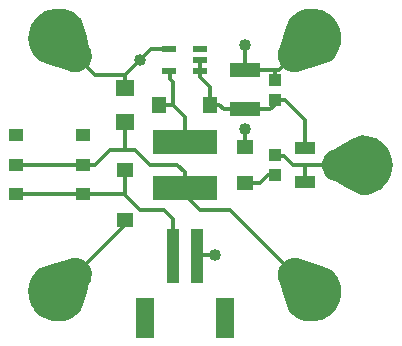
<source format=gbr>
G04 EAGLE Gerber RS-274X export*
G75*
%MOMM*%
%FSLAX34Y34*%
%LPD*%
%INTop Copper*%
%IPPOS*%
%AMOC8*
5,1,8,0,0,1.08239X$1,22.5*%
G01*
%ADD10R,1.270000X1.470000*%
%ADD11R,5.500000X2.150000*%
%ADD12R,2.500000X1.200000*%
%ADD13R,1.600000X1.400000*%
%ADD14R,1.000000X1.100000*%
%ADD15R,1.400000X1.200000*%
%ADD16C,3.810000*%
%ADD17R,1.200000X0.550000*%
%ADD18R,1.800000X1.000000*%
%ADD19R,1.000000X4.600000*%
%ADD20R,1.600000X3.400000*%
%ADD21R,1.150000X1.000000*%
%ADD22R,1.470000X1.270000*%
%ADD23C,0.304800*%
%ADD24C,1.016000*%

G36*
X288435Y45519D02*
X288435Y45519D01*
X288527Y45536D01*
X288593Y45539D01*
X292455Y46342D01*
X292543Y46374D01*
X292608Y46386D01*
X296298Y47784D01*
X296380Y47829D01*
X296442Y47852D01*
X299867Y49809D01*
X299941Y49866D01*
X299999Y49899D01*
X303076Y52368D01*
X303169Y52467D01*
X303228Y52518D01*
X305669Y55515D01*
X305718Y55595D01*
X305760Y55646D01*
X307703Y58988D01*
X307737Y59073D01*
X307758Y59103D01*
X307761Y59113D01*
X307772Y59132D01*
X309168Y62737D01*
X309189Y62828D01*
X309214Y62890D01*
X310029Y66668D01*
X310036Y66762D01*
X310050Y66826D01*
X310264Y70686D01*
X310256Y70779D01*
X310261Y70845D01*
X309868Y74691D01*
X309846Y74782D01*
X309840Y74848D01*
X308851Y78585D01*
X308814Y78671D01*
X308798Y78736D01*
X307236Y82272D01*
X307187Y82352D01*
X307161Y82412D01*
X305065Y85661D01*
X305004Y85732D01*
X304969Y85788D01*
X302391Y88669D01*
X302347Y88705D01*
X302310Y88749D01*
X302256Y88784D01*
X302239Y88800D01*
X302231Y88803D01*
X302174Y88852D01*
X302084Y88892D01*
X302026Y88928D01*
X294192Y92204D01*
X294151Y92215D01*
X294122Y92230D01*
X286067Y94920D01*
X286026Y94927D01*
X285995Y94941D01*
X277876Y97001D01*
X275897Y98017D01*
X275829Y98040D01*
X275779Y98066D01*
X275760Y98069D01*
X275728Y98085D01*
X273490Y98763D01*
X273381Y98780D01*
X273311Y98800D01*
X270987Y99067D01*
X270877Y99064D01*
X270805Y99072D01*
X268471Y98918D01*
X268363Y98896D01*
X268290Y98890D01*
X266022Y98321D01*
X265920Y98280D01*
X265849Y98261D01*
X263719Y97296D01*
X263626Y97237D01*
X263560Y97206D01*
X261637Y95874D01*
X261556Y95800D01*
X261497Y95757D01*
X259843Y94103D01*
X259777Y94016D01*
X259726Y93963D01*
X258394Y92040D01*
X258345Y91942D01*
X258304Y91881D01*
X257339Y89751D01*
X257308Y89645D01*
X257279Y89578D01*
X256710Y87310D01*
X256699Y87200D01*
X256682Y87129D01*
X256528Y84795D01*
X256537Y84686D01*
X256533Y84613D01*
X256744Y82777D01*
X256744Y82776D01*
X256800Y82289D01*
X256827Y82183D01*
X256837Y82110D01*
X257515Y79872D01*
X257561Y79772D01*
X257583Y79703D01*
X258601Y77719D01*
X261757Y65757D01*
X261775Y65714D01*
X261782Y65677D01*
X265944Y53910D01*
X265982Y53837D01*
X266011Y53761D01*
X266044Y53719D01*
X266076Y53658D01*
X266170Y53559D01*
X266219Y53497D01*
X269139Y50844D01*
X269216Y50792D01*
X269265Y50747D01*
X272564Y48583D01*
X272649Y48544D01*
X272704Y48507D01*
X276300Y46886D01*
X276390Y46860D01*
X276450Y46832D01*
X280257Y45794D01*
X280349Y45783D01*
X280413Y45765D01*
X284335Y45335D01*
X284428Y45338D01*
X284494Y45330D01*
X288435Y45519D01*
G37*
G36*
X87129Y256682D02*
X87129Y256682D01*
X87237Y256704D01*
X87310Y256710D01*
X89578Y257279D01*
X89680Y257320D01*
X89751Y257339D01*
X91881Y258304D01*
X91974Y258363D01*
X92040Y258394D01*
X93963Y259726D01*
X94044Y259800D01*
X94103Y259843D01*
X95757Y261497D01*
X95823Y261584D01*
X95874Y261637D01*
X97206Y263560D01*
X97255Y263658D01*
X97296Y263719D01*
X98261Y265849D01*
X98292Y265955D01*
X98321Y266022D01*
X98890Y268290D01*
X98901Y268400D01*
X98918Y268471D01*
X99072Y270805D01*
X99063Y270914D01*
X99067Y270987D01*
X98800Y273311D01*
X98773Y273417D01*
X98763Y273490D01*
X98085Y275728D01*
X98039Y275828D01*
X98017Y275897D01*
X96999Y277881D01*
X93843Y289843D01*
X93825Y289886D01*
X93818Y289923D01*
X89656Y301690D01*
X89618Y301763D01*
X89589Y301839D01*
X89556Y301881D01*
X89524Y301942D01*
X89430Y302041D01*
X89381Y302103D01*
X86461Y304756D01*
X86384Y304808D01*
X86335Y304853D01*
X83036Y307017D01*
X82951Y307056D01*
X82896Y307093D01*
X79300Y308714D01*
X79210Y308740D01*
X79150Y308768D01*
X75343Y309806D01*
X75251Y309817D01*
X75187Y309835D01*
X71265Y310265D01*
X71172Y310262D01*
X71106Y310270D01*
X67165Y310081D01*
X67073Y310064D01*
X67007Y310061D01*
X63145Y309258D01*
X63057Y309226D01*
X62992Y309214D01*
X59302Y307816D01*
X59220Y307771D01*
X59158Y307748D01*
X55733Y305791D01*
X55659Y305734D01*
X55601Y305701D01*
X52524Y303232D01*
X52431Y303133D01*
X52372Y303082D01*
X49931Y300085D01*
X49882Y300005D01*
X49840Y299954D01*
X47897Y296612D01*
X47884Y296580D01*
X47871Y296560D01*
X47857Y296517D01*
X47828Y296468D01*
X46432Y292863D01*
X46411Y292772D01*
X46386Y292710D01*
X45571Y288932D01*
X45564Y288838D01*
X45550Y288774D01*
X45336Y284914D01*
X45344Y284821D01*
X45339Y284755D01*
X45732Y280909D01*
X45754Y280818D01*
X45760Y280752D01*
X46749Y277015D01*
X46786Y276929D01*
X46802Y276864D01*
X48364Y273328D01*
X48413Y273248D01*
X48439Y273188D01*
X50535Y269939D01*
X50596Y269868D01*
X50631Y269812D01*
X53209Y266931D01*
X53253Y266895D01*
X53290Y266851D01*
X53349Y266814D01*
X53426Y266748D01*
X53516Y266708D01*
X53574Y266672D01*
X61408Y263396D01*
X61449Y263385D01*
X61478Y263370D01*
X69533Y260680D01*
X69574Y260673D01*
X69605Y260659D01*
X77724Y258599D01*
X79703Y257583D01*
X79806Y257547D01*
X79872Y257515D01*
X82110Y256837D01*
X82219Y256820D01*
X82289Y256800D01*
X84613Y256533D01*
X84723Y256536D01*
X84795Y256528D01*
X87129Y256682D01*
G37*
G36*
X270914Y256537D02*
X270914Y256537D01*
X270987Y256533D01*
X273311Y256800D01*
X273417Y256827D01*
X273490Y256837D01*
X275728Y257515D01*
X275828Y257561D01*
X275897Y257583D01*
X277881Y258601D01*
X289843Y261757D01*
X289886Y261775D01*
X289923Y261782D01*
X301690Y265944D01*
X301763Y265982D01*
X301839Y266011D01*
X301881Y266044D01*
X301942Y266076D01*
X302041Y266170D01*
X302103Y266219D01*
X304756Y269139D01*
X304808Y269216D01*
X304853Y269265D01*
X307017Y272564D01*
X307056Y272649D01*
X307093Y272704D01*
X308714Y276300D01*
X308740Y276390D01*
X308768Y276450D01*
X309806Y280257D01*
X309817Y280349D01*
X309835Y280413D01*
X310265Y284335D01*
X310262Y284428D01*
X310270Y284494D01*
X310081Y288435D01*
X310064Y288527D01*
X310061Y288593D01*
X309258Y292455D01*
X309226Y292543D01*
X309214Y292608D01*
X307816Y296298D01*
X307771Y296380D01*
X307748Y296442D01*
X305791Y299867D01*
X305734Y299941D01*
X305701Y299999D01*
X305044Y300818D01*
X304230Y301833D01*
X303415Y302848D01*
X303232Y303076D01*
X303133Y303169D01*
X303082Y303228D01*
X300085Y305669D01*
X300005Y305718D01*
X299954Y305760D01*
X296612Y307703D01*
X296525Y307738D01*
X296468Y307772D01*
X292863Y309168D01*
X292772Y309189D01*
X292710Y309214D01*
X288932Y310029D01*
X288838Y310036D01*
X288774Y310050D01*
X284914Y310264D01*
X284821Y310256D01*
X284755Y310261D01*
X280909Y309868D01*
X280818Y309846D01*
X280752Y309840D01*
X277015Y308851D01*
X276929Y308814D01*
X276864Y308798D01*
X273328Y307236D01*
X273248Y307187D01*
X273188Y307161D01*
X269939Y305065D01*
X269868Y305004D01*
X269812Y304969D01*
X266931Y302391D01*
X266895Y302347D01*
X266851Y302310D01*
X266814Y302251D01*
X266748Y302174D01*
X266708Y302084D01*
X266672Y302026D01*
X263396Y294192D01*
X263385Y294151D01*
X263370Y294122D01*
X260680Y286067D01*
X260673Y286026D01*
X260659Y285995D01*
X258599Y277876D01*
X257583Y275897D01*
X257547Y275794D01*
X257515Y275728D01*
X256837Y273490D01*
X256820Y273381D01*
X256800Y273311D01*
X256533Y270987D01*
X256536Y270877D01*
X256528Y270805D01*
X256682Y268471D01*
X256704Y268363D01*
X256710Y268290D01*
X257279Y266022D01*
X257320Y265920D01*
X257339Y265849D01*
X258304Y263719D01*
X258363Y263626D01*
X258394Y263560D01*
X259726Y261637D01*
X259800Y261556D01*
X259843Y261497D01*
X261497Y259843D01*
X261575Y259784D01*
X261604Y259757D01*
X261606Y259756D01*
X261637Y259726D01*
X263560Y258394D01*
X263658Y258345D01*
X263719Y258304D01*
X265849Y257339D01*
X265955Y257308D01*
X266022Y257279D01*
X268290Y256710D01*
X268400Y256699D01*
X268471Y256682D01*
X270805Y256528D01*
X270914Y256537D01*
G37*
G36*
X70779Y45344D02*
X70779Y45344D01*
X70845Y45339D01*
X74691Y45732D01*
X74782Y45754D01*
X74848Y45760D01*
X78585Y46749D01*
X78671Y46786D01*
X78736Y46802D01*
X82272Y48364D01*
X82352Y48413D01*
X82412Y48439D01*
X85661Y50535D01*
X85732Y50596D01*
X85788Y50631D01*
X88669Y53209D01*
X88705Y53253D01*
X88749Y53290D01*
X88786Y53349D01*
X88852Y53426D01*
X88892Y53516D01*
X88928Y53574D01*
X92204Y61408D01*
X92215Y61449D01*
X92230Y61478D01*
X94920Y69533D01*
X94927Y69574D01*
X94941Y69605D01*
X97001Y77724D01*
X98017Y79703D01*
X98053Y79806D01*
X98085Y79872D01*
X98763Y82110D01*
X98780Y82219D01*
X98800Y82289D01*
X99067Y84613D01*
X99064Y84723D01*
X99072Y84795D01*
X98918Y87129D01*
X98896Y87237D01*
X98890Y87310D01*
X98321Y89578D01*
X98280Y89680D01*
X98261Y89751D01*
X97296Y91881D01*
X97237Y91974D01*
X97206Y92040D01*
X95874Y93963D01*
X95800Y94044D01*
X95757Y94103D01*
X94103Y95757D01*
X94016Y95823D01*
X93963Y95874D01*
X92040Y97206D01*
X91942Y97255D01*
X91881Y97296D01*
X89751Y98261D01*
X89645Y98292D01*
X89578Y98321D01*
X87310Y98890D01*
X87200Y98901D01*
X87129Y98918D01*
X84795Y99072D01*
X84686Y99063D01*
X84613Y99067D01*
X82289Y98800D01*
X82183Y98773D01*
X82110Y98763D01*
X79872Y98085D01*
X79772Y98039D01*
X79703Y98017D01*
X77719Y96999D01*
X65757Y93843D01*
X65714Y93825D01*
X65677Y93818D01*
X53910Y89656D01*
X53837Y89618D01*
X53761Y89589D01*
X53719Y89556D01*
X53658Y89524D01*
X53559Y89430D01*
X53497Y89381D01*
X50844Y86461D01*
X50792Y86384D01*
X50747Y86335D01*
X48583Y83036D01*
X48544Y82951D01*
X48507Y82896D01*
X46886Y79300D01*
X46860Y79210D01*
X46832Y79150D01*
X45794Y75343D01*
X45783Y75251D01*
X45765Y75187D01*
X45335Y71265D01*
X45338Y71172D01*
X45330Y71106D01*
X45519Y67165D01*
X45536Y67073D01*
X45539Y67007D01*
X46342Y63145D01*
X46374Y63057D01*
X46386Y62992D01*
X47784Y59302D01*
X47829Y59220D01*
X47852Y59158D01*
X49809Y55733D01*
X49866Y55659D01*
X49899Y55601D01*
X50501Y54851D01*
X51315Y53836D01*
X51315Y53835D01*
X52130Y52821D01*
X52130Y52820D01*
X52368Y52524D01*
X52467Y52431D01*
X52518Y52372D01*
X55515Y49931D01*
X55595Y49882D01*
X55646Y49840D01*
X58988Y47897D01*
X59075Y47862D01*
X59132Y47828D01*
X62737Y46432D01*
X62824Y46412D01*
X62837Y46405D01*
X62846Y46403D01*
X62890Y46386D01*
X66668Y45571D01*
X66762Y45564D01*
X66826Y45550D01*
X70686Y45336D01*
X70779Y45344D01*
G37*
G36*
X331149Y152615D02*
X331149Y152615D01*
X331241Y152633D01*
X331307Y152635D01*
X335170Y153438D01*
X335258Y153470D01*
X335323Y153483D01*
X339012Y154880D01*
X339094Y154925D01*
X339156Y154948D01*
X342582Y156906D01*
X342655Y156963D01*
X342713Y156995D01*
X345790Y159464D01*
X345854Y159533D01*
X345906Y159574D01*
X348559Y162494D01*
X348612Y162571D01*
X348657Y162620D01*
X350820Y165919D01*
X350860Y166003D01*
X350897Y166058D01*
X352518Y169655D01*
X352544Y169745D01*
X352571Y169805D01*
X353610Y173611D01*
X353621Y173704D01*
X353639Y173768D01*
X354069Y177689D01*
X354065Y177816D01*
X354066Y177838D01*
X354070Y177903D01*
X353677Y181749D01*
X353655Y181840D01*
X353649Y181906D01*
X352659Y185643D01*
X352623Y185729D01*
X352607Y185793D01*
X351045Y189329D01*
X350995Y189409D01*
X350969Y189470D01*
X348874Y192718D01*
X348812Y192789D01*
X348777Y192845D01*
X346199Y195726D01*
X346128Y195786D01*
X346084Y195836D01*
X343087Y198278D01*
X343007Y198326D01*
X342956Y198368D01*
X339614Y200311D01*
X339527Y200347D01*
X339470Y200380D01*
X335866Y201777D01*
X335774Y201798D01*
X335713Y201823D01*
X331934Y202638D01*
X331841Y202645D01*
X331776Y202659D01*
X327916Y202874D01*
X327859Y202869D01*
X327802Y202874D01*
X327734Y202858D01*
X327633Y202850D01*
X327541Y202814D01*
X327475Y202799D01*
X319619Y199576D01*
X319582Y199555D01*
X319550Y199545D01*
X311953Y195751D01*
X311919Y195728D01*
X311888Y195716D01*
X304690Y191431D01*
X302572Y190750D01*
X302474Y190702D01*
X302404Y190679D01*
X300342Y189576D01*
X300253Y189511D01*
X300189Y189475D01*
X298357Y188021D01*
X298282Y187941D01*
X298225Y187895D01*
X296683Y186136D01*
X296623Y186044D01*
X296576Y185989D01*
X295374Y183982D01*
X295331Y183881D01*
X295294Y183818D01*
X294471Y181628D01*
X294447Y181521D01*
X294422Y181453D01*
X294003Y179151D01*
X293999Y179042D01*
X293987Y178970D01*
X293987Y176630D01*
X294002Y176522D01*
X294003Y176449D01*
X294422Y174147D01*
X294457Y174043D01*
X294471Y173972D01*
X295294Y171782D01*
X295347Y171686D01*
X295374Y171618D01*
X296576Y169611D01*
X296645Y169526D01*
X296683Y169464D01*
X298225Y167705D01*
X298309Y167633D01*
X298357Y167579D01*
X300189Y166125D01*
X300284Y166069D01*
X300342Y166024D01*
X302404Y164921D01*
X302508Y164883D01*
X302572Y164850D01*
X304694Y164167D01*
X315385Y157940D01*
X315428Y157923D01*
X315458Y157902D01*
X326723Y152524D01*
X326801Y152499D01*
X326875Y152466D01*
X326928Y152459D01*
X326994Y152438D01*
X327131Y152435D01*
X327209Y152426D01*
X331149Y152615D01*
G37*
D10*
X156300Y228600D03*
X199300Y228600D03*
D11*
X177800Y197000D03*
X177800Y158600D03*
D12*
X228600Y257800D03*
X228600Y224800D03*
D13*
X127000Y242600D03*
X127000Y214600D03*
D14*
X254000Y232800D03*
X254000Y249800D03*
X254000Y169300D03*
X254000Y186300D03*
D15*
X228600Y162800D03*
X228600Y192800D03*
D16*
X327660Y177800D03*
X71120Y71120D03*
X284480Y284480D03*
X71120Y284480D03*
D17*
X190801Y257200D03*
X190801Y266700D03*
X190801Y276200D03*
X164799Y276200D03*
X164799Y257200D03*
D18*
X279400Y191800D03*
X279400Y163800D03*
D19*
X187800Y100500D03*
X167800Y100500D03*
D20*
X211800Y48500D03*
X143800Y48500D03*
D21*
X35250Y202800D03*
X35250Y177800D03*
X35250Y152800D03*
X91750Y202800D03*
X91750Y177800D03*
X91750Y152800D03*
D22*
X127000Y130900D03*
X127000Y173900D03*
D16*
X284480Y71120D03*
D23*
X254000Y249800D02*
X254000Y257810D01*
X252730Y257810D01*
X252720Y257800D02*
X228600Y257800D01*
X252720Y257800D02*
X252730Y257810D01*
X228600Y208280D02*
X228600Y192800D01*
X187960Y104140D02*
X187800Y100500D01*
X188900Y101600D01*
X203200Y101600D01*
X127000Y241300D02*
X127000Y242600D01*
X149200Y276200D02*
X164799Y276200D01*
X127000Y254000D02*
X101600Y254000D01*
X127000Y254000D02*
X127000Y242600D01*
X228600Y257800D02*
X228600Y279400D01*
X149200Y276200D02*
X139700Y266700D01*
X127000Y254000D01*
X101600Y254000D02*
X88900Y266700D01*
X257810Y257810D02*
X284480Y284480D01*
X257810Y257810D02*
X254000Y257810D01*
D24*
X228600Y208280D03*
X203200Y101600D03*
X228600Y279400D03*
X139700Y266700D03*
D23*
X177800Y218440D02*
X177800Y197000D01*
X177800Y218440D02*
X167640Y228600D01*
X167640Y247650D01*
X165100Y250190D01*
X165100Y256540D02*
X164799Y256841D01*
X164799Y257200D01*
X165100Y256540D02*
X165100Y250190D01*
X167640Y228600D02*
X156300Y228600D01*
X177800Y163830D02*
X177800Y158750D01*
X177800Y163830D02*
X177800Y165100D01*
X127000Y190500D02*
X127000Y214600D01*
X180340Y162560D02*
X177800Y158600D01*
X91750Y177800D02*
X35250Y177800D01*
X91750Y177800D02*
X101600Y177800D01*
X114300Y190500D01*
X127000Y190500D01*
X135890Y190500D01*
X148590Y177800D01*
X171450Y177800D01*
X177800Y171450D01*
X177800Y163830D01*
X215900Y139700D02*
X284480Y71120D01*
X215900Y139700D02*
X190500Y139700D01*
X177800Y152400D01*
X177800Y158600D02*
X177800Y158750D01*
X177800Y152400D01*
X248040Y169300D02*
X254000Y169300D01*
X248040Y169300D02*
X241300Y162560D01*
X228600Y162560D02*
X228600Y162800D01*
X228600Y162560D02*
X241300Y162560D01*
X269240Y177800D02*
X279400Y177800D01*
X327660Y177800D01*
X269240Y177800D02*
X261620Y185420D01*
X255270Y185420D02*
X254390Y186300D01*
X254000Y186300D01*
X255270Y185420D02*
X261620Y185420D01*
X279400Y177800D02*
X279400Y163800D01*
X190801Y257509D02*
X190500Y257810D01*
X190801Y257509D02*
X190801Y257200D01*
X190801Y258111D02*
X190801Y266700D01*
X190801Y258111D02*
X190500Y257810D01*
X190801Y257200D02*
X190801Y252429D01*
X199390Y243840D01*
X199300Y228600D02*
X199390Y228600D01*
X199390Y243840D01*
X199300Y228600D02*
X207010Y228600D01*
X210820Y224790D01*
X228600Y224790D02*
X228600Y224800D01*
X228600Y224790D02*
X210820Y224790D01*
X254000Y228600D02*
X254000Y232410D01*
X250200Y224800D02*
X228600Y224800D01*
X250200Y224800D02*
X254000Y228600D01*
X279400Y215900D02*
X279400Y191800D01*
X279400Y215900D02*
X262890Y232410D01*
X254000Y232410D02*
X254000Y232800D01*
X254000Y232410D02*
X262890Y232410D01*
X127000Y177800D02*
X127000Y173900D01*
X127000Y152400D01*
X139700Y139700D01*
X160020Y139700D01*
X167800Y131920D02*
X167800Y100500D01*
X167800Y131920D02*
X160020Y139700D01*
X126600Y152800D02*
X91750Y152800D01*
X126600Y152800D02*
X127000Y152400D01*
X35560Y152400D02*
X35250Y152710D01*
X35250Y152800D01*
X35960Y152800D02*
X91750Y152800D01*
X35960Y152800D02*
X35560Y152400D01*
X127000Y130900D02*
X127000Y127000D01*
X71120Y71120D01*
M02*

</source>
